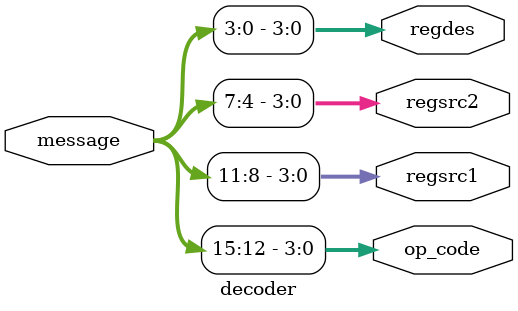
<source format=v>
`default_nettype none

module decoder(
    input [15:0] message,

    output reg [3:0] op_code,
    output reg [3:0] regsrc1, regsrc2, regdes,
);

always @(*) begin 
    op_code  <= message[15:12];
    regsrc1 <= message[11:8];
    regsrc2 <= message[7:4];
    regdes <= message[3:0];
end
endmodule
</source>
